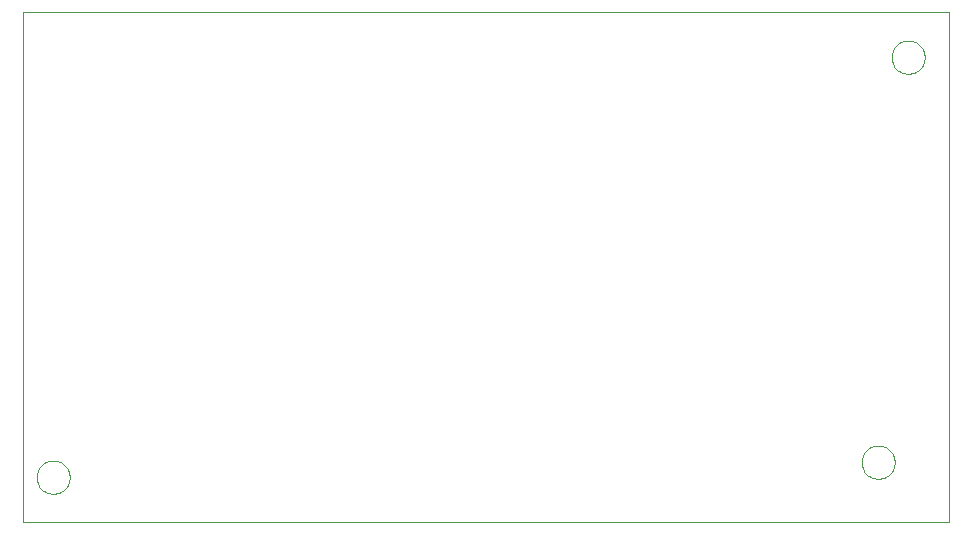
<source format=gbp>
G75*
%MOIN*%
%OFA0B0*%
%FSLAX24Y24*%
%IPPOS*%
%LPD*%
%AMOC8*
5,1,8,0,0,1.08239X$1,22.5*
%
%ADD10C,0.0000*%
D10*
X000100Y000100D02*
X000100Y017096D01*
X030970Y017096D01*
X030970Y000100D01*
X000100Y000100D01*
X000549Y001600D02*
X000551Y001647D01*
X000557Y001693D01*
X000567Y001739D01*
X000580Y001784D01*
X000598Y001827D01*
X000619Y001869D01*
X000643Y001909D01*
X000671Y001946D01*
X000702Y001981D01*
X000736Y002014D01*
X000772Y002043D01*
X000811Y002069D01*
X000852Y002092D01*
X000895Y002111D01*
X000939Y002127D01*
X000984Y002139D01*
X001030Y002147D01*
X001077Y002151D01*
X001123Y002151D01*
X001170Y002147D01*
X001216Y002139D01*
X001261Y002127D01*
X001305Y002111D01*
X001348Y002092D01*
X001389Y002069D01*
X001428Y002043D01*
X001464Y002014D01*
X001498Y001981D01*
X001529Y001946D01*
X001557Y001909D01*
X001581Y001869D01*
X001602Y001827D01*
X001620Y001784D01*
X001633Y001739D01*
X001643Y001693D01*
X001649Y001647D01*
X001651Y001600D01*
X001649Y001553D01*
X001643Y001507D01*
X001633Y001461D01*
X001620Y001416D01*
X001602Y001373D01*
X001581Y001331D01*
X001557Y001291D01*
X001529Y001254D01*
X001498Y001219D01*
X001464Y001186D01*
X001428Y001157D01*
X001389Y001131D01*
X001348Y001108D01*
X001305Y001089D01*
X001261Y001073D01*
X001216Y001061D01*
X001170Y001053D01*
X001123Y001049D01*
X001077Y001049D01*
X001030Y001053D01*
X000984Y001061D01*
X000939Y001073D01*
X000895Y001089D01*
X000852Y001108D01*
X000811Y001131D01*
X000772Y001157D01*
X000736Y001186D01*
X000702Y001219D01*
X000671Y001254D01*
X000643Y001291D01*
X000619Y001331D01*
X000598Y001373D01*
X000580Y001416D01*
X000567Y001461D01*
X000557Y001507D01*
X000551Y001553D01*
X000549Y001600D01*
X028049Y002100D02*
X028051Y002147D01*
X028057Y002193D01*
X028067Y002239D01*
X028080Y002284D01*
X028098Y002327D01*
X028119Y002369D01*
X028143Y002409D01*
X028171Y002446D01*
X028202Y002481D01*
X028236Y002514D01*
X028272Y002543D01*
X028311Y002569D01*
X028352Y002592D01*
X028395Y002611D01*
X028439Y002627D01*
X028484Y002639D01*
X028530Y002647D01*
X028577Y002651D01*
X028623Y002651D01*
X028670Y002647D01*
X028716Y002639D01*
X028761Y002627D01*
X028805Y002611D01*
X028848Y002592D01*
X028889Y002569D01*
X028928Y002543D01*
X028964Y002514D01*
X028998Y002481D01*
X029029Y002446D01*
X029057Y002409D01*
X029081Y002369D01*
X029102Y002327D01*
X029120Y002284D01*
X029133Y002239D01*
X029143Y002193D01*
X029149Y002147D01*
X029151Y002100D01*
X029149Y002053D01*
X029143Y002007D01*
X029133Y001961D01*
X029120Y001916D01*
X029102Y001873D01*
X029081Y001831D01*
X029057Y001791D01*
X029029Y001754D01*
X028998Y001719D01*
X028964Y001686D01*
X028928Y001657D01*
X028889Y001631D01*
X028848Y001608D01*
X028805Y001589D01*
X028761Y001573D01*
X028716Y001561D01*
X028670Y001553D01*
X028623Y001549D01*
X028577Y001549D01*
X028530Y001553D01*
X028484Y001561D01*
X028439Y001573D01*
X028395Y001589D01*
X028352Y001608D01*
X028311Y001631D01*
X028272Y001657D01*
X028236Y001686D01*
X028202Y001719D01*
X028171Y001754D01*
X028143Y001791D01*
X028119Y001831D01*
X028098Y001873D01*
X028080Y001916D01*
X028067Y001961D01*
X028057Y002007D01*
X028051Y002053D01*
X028049Y002100D01*
X029049Y015600D02*
X029051Y015647D01*
X029057Y015693D01*
X029067Y015739D01*
X029080Y015784D01*
X029098Y015827D01*
X029119Y015869D01*
X029143Y015909D01*
X029171Y015946D01*
X029202Y015981D01*
X029236Y016014D01*
X029272Y016043D01*
X029311Y016069D01*
X029352Y016092D01*
X029395Y016111D01*
X029439Y016127D01*
X029484Y016139D01*
X029530Y016147D01*
X029577Y016151D01*
X029623Y016151D01*
X029670Y016147D01*
X029716Y016139D01*
X029761Y016127D01*
X029805Y016111D01*
X029848Y016092D01*
X029889Y016069D01*
X029928Y016043D01*
X029964Y016014D01*
X029998Y015981D01*
X030029Y015946D01*
X030057Y015909D01*
X030081Y015869D01*
X030102Y015827D01*
X030120Y015784D01*
X030133Y015739D01*
X030143Y015693D01*
X030149Y015647D01*
X030151Y015600D01*
X030149Y015553D01*
X030143Y015507D01*
X030133Y015461D01*
X030120Y015416D01*
X030102Y015373D01*
X030081Y015331D01*
X030057Y015291D01*
X030029Y015254D01*
X029998Y015219D01*
X029964Y015186D01*
X029928Y015157D01*
X029889Y015131D01*
X029848Y015108D01*
X029805Y015089D01*
X029761Y015073D01*
X029716Y015061D01*
X029670Y015053D01*
X029623Y015049D01*
X029577Y015049D01*
X029530Y015053D01*
X029484Y015061D01*
X029439Y015073D01*
X029395Y015089D01*
X029352Y015108D01*
X029311Y015131D01*
X029272Y015157D01*
X029236Y015186D01*
X029202Y015219D01*
X029171Y015254D01*
X029143Y015291D01*
X029119Y015331D01*
X029098Y015373D01*
X029080Y015416D01*
X029067Y015461D01*
X029057Y015507D01*
X029051Y015553D01*
X029049Y015600D01*
M02*

</source>
